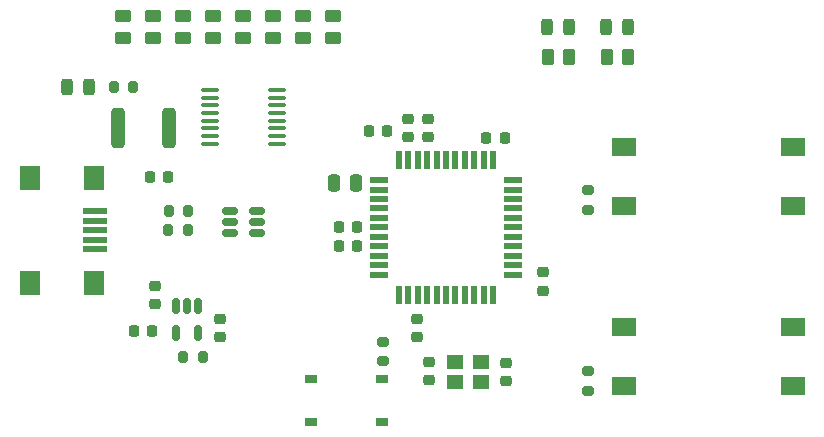
<source format=gbr>
%TF.GenerationSoftware,KiCad,Pcbnew,7.0.2*%
%TF.CreationDate,2023-04-20T12:49:32-06:00*%
%TF.ProjectId,Phase_B_KiCad_Bryce,50686173-655f-4425-9f4b-694361645f42,rev?*%
%TF.SameCoordinates,Original*%
%TF.FileFunction,Paste,Top*%
%TF.FilePolarity,Positive*%
%FSLAX46Y46*%
G04 Gerber Fmt 4.6, Leading zero omitted, Abs format (unit mm)*
G04 Created by KiCad (PCBNEW 7.0.2) date 2023-04-20 12:49:32*
%MOMM*%
%LPD*%
G01*
G04 APERTURE LIST*
G04 Aperture macros list*
%AMRoundRect*
0 Rectangle with rounded corners*
0 $1 Rounding radius*
0 $2 $3 $4 $5 $6 $7 $8 $9 X,Y pos of 4 corners*
0 Add a 4 corners polygon primitive as box body*
4,1,4,$2,$3,$4,$5,$6,$7,$8,$9,$2,$3,0*
0 Add four circle primitives for the rounded corners*
1,1,$1+$1,$2,$3*
1,1,$1+$1,$4,$5*
1,1,$1+$1,$6,$7*
1,1,$1+$1,$8,$9*
0 Add four rect primitives between the rounded corners*
20,1,$1+$1,$2,$3,$4,$5,0*
20,1,$1+$1,$4,$5,$6,$7,0*
20,1,$1+$1,$6,$7,$8,$9,0*
20,1,$1+$1,$8,$9,$2,$3,0*%
G04 Aperture macros list end*
%ADD10RoundRect,0.250000X0.450000X-0.262500X0.450000X0.262500X-0.450000X0.262500X-0.450000X-0.262500X0*%
%ADD11R,1.000000X0.700000*%
%ADD12RoundRect,0.200000X0.200000X0.275000X-0.200000X0.275000X-0.200000X-0.275000X0.200000X-0.275000X0*%
%ADD13RoundRect,0.100000X-0.637500X-0.100000X0.637500X-0.100000X0.637500X0.100000X-0.637500X0.100000X0*%
%ADD14RoundRect,0.225000X0.250000X-0.225000X0.250000X0.225000X-0.250000X0.225000X-0.250000X-0.225000X0*%
%ADD15RoundRect,0.225000X0.225000X0.250000X-0.225000X0.250000X-0.225000X-0.250000X0.225000X-0.250000X0*%
%ADD16RoundRect,0.250000X-0.312500X-1.450000X0.312500X-1.450000X0.312500X1.450000X-0.312500X1.450000X0*%
%ADD17RoundRect,0.243750X-0.243750X-0.456250X0.243750X-0.456250X0.243750X0.456250X-0.243750X0.456250X0*%
%ADD18RoundRect,0.150000X-0.512500X-0.150000X0.512500X-0.150000X0.512500X0.150000X-0.512500X0.150000X0*%
%ADD19RoundRect,0.200000X-0.200000X-0.275000X0.200000X-0.275000X0.200000X0.275000X-0.200000X0.275000X0*%
%ADD20R,1.400000X1.200000*%
%ADD21RoundRect,0.250000X0.250000X0.475000X-0.250000X0.475000X-0.250000X-0.475000X0.250000X-0.475000X0*%
%ADD22RoundRect,0.200000X0.275000X-0.200000X0.275000X0.200000X-0.275000X0.200000X-0.275000X-0.200000X0*%
%ADD23RoundRect,0.225000X-0.225000X-0.250000X0.225000X-0.250000X0.225000X0.250000X-0.225000X0.250000X0*%
%ADD24RoundRect,0.250000X-0.262500X-0.450000X0.262500X-0.450000X0.262500X0.450000X-0.262500X0.450000X0*%
%ADD25R,2.000000X0.500000*%
%ADD26R,1.700000X2.000000*%
%ADD27RoundRect,0.150000X-0.150000X0.512500X-0.150000X-0.512500X0.150000X-0.512500X0.150000X0.512500X0*%
%ADD28R,2.000000X1.500000*%
%ADD29R,1.500000X0.550000*%
%ADD30R,0.550000X1.500000*%
%ADD31RoundRect,0.200000X-0.275000X0.200000X-0.275000X-0.200000X0.275000X-0.200000X0.275000X0.200000X0*%
%ADD32RoundRect,0.225000X-0.250000X0.225000X-0.250000X-0.225000X0.250000X-0.225000X0.250000X0.225000X0*%
G04 APERTURE END LIST*
D10*
%TO.C,R12*%
X86830000Y-45072500D03*
X86830000Y-43247500D03*
%TD*%
%TO.C,R9*%
X74130000Y-45072500D03*
X74130000Y-43247500D03*
%TD*%
D11*
%TO.C,S3*%
X93489992Y-77658313D03*
X87489992Y-77658313D03*
X93489992Y-73958313D03*
X87489992Y-73958313D03*
%TD*%
D12*
%TO.C,R14*%
X72415000Y-49240000D03*
X70765000Y-49240000D03*
%TD*%
D10*
%TO.C,R5*%
X89370000Y-45072500D03*
X89370000Y-43247500D03*
%TD*%
D13*
%TO.C,U2*%
X78887500Y-49505000D03*
X78887500Y-50155000D03*
X78887500Y-50805000D03*
X78887500Y-51455000D03*
X78887500Y-52105000D03*
X78887500Y-52755000D03*
X78887500Y-53405000D03*
X78887500Y-54055000D03*
X84612500Y-54055000D03*
X84612500Y-53405000D03*
X84612500Y-52755000D03*
X84612500Y-52105000D03*
X84612500Y-51455000D03*
X84612500Y-50805000D03*
X84612500Y-50155000D03*
X84612500Y-49505000D03*
%TD*%
D14*
%TO.C,C12*%
X74247873Y-67638314D03*
X74247873Y-66088314D03*
%TD*%
D15*
%TO.C,C8*%
X93955000Y-53025000D03*
X92405000Y-53025000D03*
%TD*%
D16*
%TO.C,F1*%
X71159484Y-52735557D03*
X75434484Y-52735557D03*
%TD*%
D17*
%TO.C,D3*%
X66842500Y-49240000D03*
X68717500Y-49240000D03*
%TD*%
D18*
%TO.C,U4*%
X80612500Y-59720000D03*
X80612500Y-60670000D03*
X80612500Y-61620000D03*
X82887500Y-61620000D03*
X82887500Y-60670000D03*
X82887500Y-59720000D03*
%TD*%
D19*
%TO.C,R17*%
X76670000Y-72100000D03*
X78320000Y-72100000D03*
%TD*%
D20*
%TO.C,Y1*%
X101900000Y-72520000D03*
X99700000Y-72520000D03*
X99700000Y-74220000D03*
X101900000Y-74220000D03*
%TD*%
D14*
%TO.C,C3*%
X95720000Y-53520000D03*
X95720000Y-51970000D03*
%TD*%
D21*
%TO.C,C4*%
X91329126Y-57416113D03*
X89429126Y-57416113D03*
%TD*%
D22*
%TO.C,R1*%
X110960000Y-59661827D03*
X110960000Y-58011827D03*
%TD*%
D10*
%TO.C,R7*%
X81750000Y-45072500D03*
X81750000Y-43247500D03*
%TD*%
D14*
%TO.C,C14*%
X79748645Y-70464421D03*
X79748645Y-68914421D03*
%TD*%
D23*
%TO.C,C15*%
X73850000Y-56860000D03*
X75400000Y-56860000D03*
%TD*%
D10*
%TO.C,R10*%
X71590000Y-45072500D03*
X71590000Y-43247500D03*
%TD*%
D24*
%TO.C,R3*%
X107507500Y-46700000D03*
X109332500Y-46700000D03*
%TD*%
D12*
%TO.C,R16*%
X77085992Y-59761119D03*
X75435992Y-59761119D03*
%TD*%
D22*
%TO.C,R2*%
X110960000Y-74980000D03*
X110960000Y-73330000D03*
%TD*%
D10*
%TO.C,R8*%
X76670000Y-45072500D03*
X76670000Y-43247500D03*
%TD*%
D15*
%TO.C,C9*%
X91359836Y-62759308D03*
X89809836Y-62759308D03*
%TD*%
D25*
%TO.C,J1*%
X69210000Y-59796883D03*
X69210000Y-60596883D03*
X69210000Y-61396883D03*
X69210000Y-62196883D03*
X69210000Y-62996883D03*
D26*
X69110000Y-56946883D03*
X63660000Y-56946883D03*
X69110000Y-65846883D03*
X63660000Y-65846883D03*
%TD*%
D14*
%TO.C,C11*%
X97367029Y-53508329D03*
X97367029Y-51958329D03*
%TD*%
D17*
%TO.C,D1*%
X107482500Y-44160000D03*
X109357500Y-44160000D03*
%TD*%
D15*
%TO.C,C10*%
X91415000Y-61140000D03*
X89865000Y-61140000D03*
%TD*%
D23*
%TO.C,C5*%
X102318821Y-53558415D03*
X103868821Y-53558415D03*
%TD*%
D27*
%TO.C,U5*%
X77940000Y-67775535D03*
X76990000Y-67775535D03*
X76040000Y-67775535D03*
X76040000Y-70050535D03*
X77940000Y-70050535D03*
%TD*%
D28*
%TO.C,S2*%
X113970000Y-69600000D03*
X128270000Y-69600000D03*
X113970000Y-74600000D03*
X128270000Y-74600000D03*
%TD*%
D15*
%TO.C,C13*%
X74036209Y-69904166D03*
X72486209Y-69904166D03*
%TD*%
D10*
%TO.C,R6*%
X79210000Y-45072500D03*
X79210000Y-43247500D03*
%TD*%
D29*
%TO.C,U3*%
X93210000Y-57140000D03*
X93210000Y-57940000D03*
X93210000Y-58740000D03*
X93210000Y-59540000D03*
X93210000Y-60340000D03*
X93210000Y-61140000D03*
X93210000Y-61940000D03*
X93210000Y-62740000D03*
X93210000Y-63540000D03*
X93210000Y-64340000D03*
X93210000Y-65140000D03*
D30*
X94910000Y-66840000D03*
X95710000Y-66840000D03*
X96510000Y-66840000D03*
X97310000Y-66840000D03*
X98110000Y-66840000D03*
X98910000Y-66840000D03*
X99710000Y-66840000D03*
X100510000Y-66840000D03*
X101310000Y-66840000D03*
X102110000Y-66840000D03*
X102910000Y-66840000D03*
D29*
X104610000Y-65140000D03*
X104610000Y-64340000D03*
X104610000Y-63540000D03*
X104610000Y-62740000D03*
X104610000Y-61940000D03*
X104610000Y-61140000D03*
X104610000Y-60340000D03*
X104610000Y-59540000D03*
X104610000Y-58740000D03*
X104610000Y-57940000D03*
X104610000Y-57140000D03*
D30*
X102910000Y-55440000D03*
X102110000Y-55440000D03*
X101310000Y-55440000D03*
X100510000Y-55440000D03*
X99710000Y-55440000D03*
X98910000Y-55440000D03*
X98110000Y-55440000D03*
X97310000Y-55440000D03*
X96510000Y-55440000D03*
X95710000Y-55440000D03*
X94910000Y-55440000D03*
%TD*%
D19*
%TO.C,R15*%
X75400698Y-61396883D03*
X77050698Y-61396883D03*
%TD*%
D28*
%TO.C,S1*%
X128270000Y-59360000D03*
X113970000Y-59360000D03*
X128270000Y-54360000D03*
X113970000Y-54360000D03*
%TD*%
D10*
%TO.C,R11*%
X84290000Y-45072500D03*
X84290000Y-43247500D03*
%TD*%
D31*
%TO.C,R13*%
X93560000Y-70830000D03*
X93560000Y-72480000D03*
%TD*%
D32*
%TO.C,C2*%
X104000881Y-72615415D03*
X104000881Y-74165415D03*
%TD*%
%TO.C,C7*%
X107150000Y-64950000D03*
X107150000Y-66500000D03*
%TD*%
%TO.C,C1*%
X97460000Y-72555000D03*
X97460000Y-74105000D03*
%TD*%
%TO.C,C6*%
X96439204Y-68869691D03*
X96439204Y-70419691D03*
%TD*%
D24*
%TO.C,R4*%
X112500584Y-46688590D03*
X114325584Y-46688590D03*
%TD*%
D17*
%TO.C,D2*%
X112475584Y-44148590D03*
X114350584Y-44148590D03*
%TD*%
M02*

</source>
